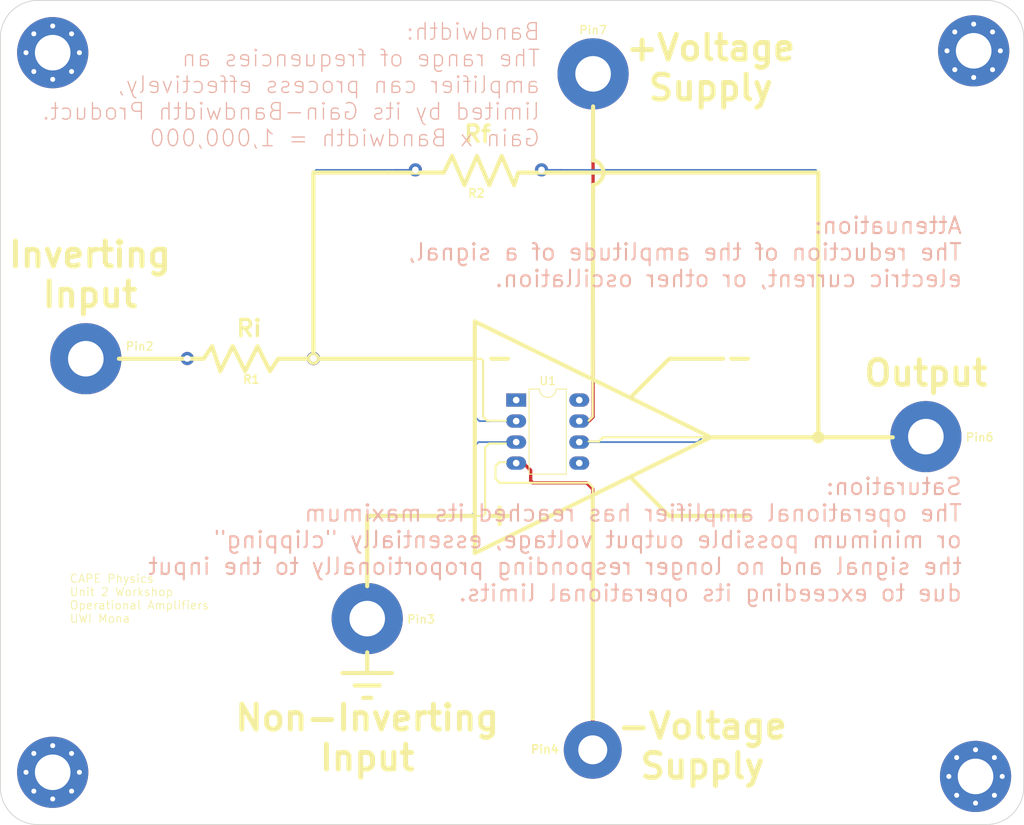
<source format=kicad_pcb>
(kicad_pcb (version 20240108) (generator "pcbnew") (generator_version "8.0")
  (layers (0 "F.Cu" signal) (31 "B.Cu" signal) (34 "B.Paste" user) (35 "F.Paste" user) (36 "B.SilkS" user "B.Silkscreen") (37 "F.SilkS" user "F.Silkscreen") (38 "B.Mask" user) (39 "F.Mask" user) (44 "Edge.Cuts" user))
  (net 0 "")
  (net 4 "Net-(U1--)")
  (net 5 "Net-(Pin2-Pin_1)")
  (net 6 "Net-(Pin3-Pin_1)")
  (net 7 "Net-(Pin4-Pin_1)")
  (net 8 "Net-(Pin6-Pin_1)")
  (net 9 "Net-(Pin7-Pin_1)")
  (footprint "MountingHole:MountingHole_4.3mm_M4_Pad_Via" (layer "F.Cu") (at 83 135.5)
    (property "Reference" "J3" (hide yes))
    (property "Value" "Conn_01x01_Socket" (hide yes))
    (pad "1" thru_hole circle (at -3.225 0) (size 0.9 0.9) (drill 0.6) (layers "*.Cu" "*.Mask"))
    (pad "1" thru_hole circle (at -2.280419 -2.280419) (size 0.9 0.9) (drill 0.6) (layers "*.Cu" "*.Mask"))
    (pad "1" thru_hole circle (at -2.280419 2.280419) (size 0.9 0.9) (drill 0.6) (layers "*.Cu" "*.Mask"))
    (pad "1" thru_hole circle (at 0 -3.225) (size 0.9 0.9) (drill 0.6) (layers "*.Cu" "*.Mask"))
    (pad "1" thru_hole circle (at 0 0) (size 8.6 8.6) (drill 4.3) (layers "*.Cu" "*.Mask"))
    (pad "1" thru_hole circle (at 0 3.225) (size 0.9 0.9) (drill 0.6) (layers "*.Cu" "*.Mask"))
    (pad "1" thru_hole circle (at 2.280419 -2.280419) (size 0.9 0.9) (drill 0.6) (layers "*.Cu" "*.Mask"))
    (pad "1" thru_hole circle (at 2.280419 2.280419) (size 0.9 0.9) (drill 0.6) (layers "*.Cu" "*.Mask"))
    (pad "1" thru_hole circle (at 3.225 0) (size 0.9 0.9) (drill 0.6) (layers "*.Cu" "*.Mask"))
  )
  (footprint "cape:DIP-8_W7.62mm_LongPads-cape" (layer "F.Cu") (at 139 90.5)
    (property "Reference" "U1" (at 3.81 -2.33 0) (layer "F.SilkS"))
    (property "Value" "LM741")
    (fp_line (start -48 -5) (end -37.75 -5) (stroke (width 0.5)) (layer "F.SilkS"))
    (fp_line (start -37.75 -5) (end -36.75 -6.5) (stroke (width 0.5)) (layer "F.SilkS"))
    (fp_line (start -36.75 -6.5) (end -35.75 -3.5) (stroke (width 0.5)) (layer "F.SilkS"))
    (fp_line (start -35.75 -3.5) (end -34.25 -6.5) (stroke (width 0.5)) (layer "F.SilkS"))
    (fp_line (start -34.25 -6.5) (end -32.75 -3.5) (stroke (width 0.5)) (layer "F.SilkS"))
    (fp_line (start -32.75 -3.5) (end -31.25 -6.5) (stroke (width 0.5)) (layer "F.SilkS"))
    (fp_line (start -31.25 -6.5) (end -29.75 -3.5) (stroke (width 0.5)) (layer "F.SilkS"))
    (fp_line (start -29.75 -3.5) (end -28.75 -5) (stroke (width 0.5)) (layer "F.SilkS"))
    (fp_line (start -28.75 -5) (end -24.5 -5) (stroke (width 0.5)) (layer "F.SilkS"))
    (fp_line (start -24.5 -27.5) (end -24.5 -5) (stroke (width 0.5)) (layer "F.SilkS"))
    (fp_line (start -24.5 -27.5) (end -15.5 -27.5) (stroke (width 0.5)) (layer "F.SilkS"))
    (fp_line (start -24.5 -5) (end -5 -5) (stroke (width 0.5)) (layer "F.SilkS"))
    (fp_line (start -21 33) (end -15 33) (stroke (width 0.5)) (layer "F.SilkS"))
    (fp_line (start -19.5 34.5) (end -16.5 34.5) (stroke (width 0.5)) (layer "F.SilkS"))
    (fp_line (start -18.5 36) (end -17.5 36) (stroke (width 0.5)) (layer "F.SilkS"))
    (fp_line (start -18 14) (end -18 22.5) (stroke (width 0.5)) (layer "F.SilkS"))
    (fp_line (start -18 14) (end -5 14) (stroke (width 0.5)) (layer "F.SilkS"))
    (fp_line (start -18 30.5) (end -18 33) (stroke (width 0.5)) (layer "F.SilkS"))
    (fp_line (start -15.5 -27.5) (end -8.75 -27.5) (stroke (width 0.5)) (layer "F.SilkS"))
    (fp_line (start -8.75 -27.5) (end -7.75 -29.5) (stroke (width 0.5)) (layer "F.SilkS"))
    (fp_line (start -7.75 -29.5) (end -6.25 -26) (stroke (width 0.5)) (layer "F.SilkS"))
    (fp_line (start -6.25 -26) (end -4.75 -29.5) (stroke (width 0.5)) (layer "F.SilkS"))
    (fp_line (start -5 -9.5) (end -5 18.5) (stroke (width 0.5)) (layer "F.SilkS"))
    (fp_line (start -5 -9.5) (end 23.5 4.5) (stroke (width 0.5)) (layer "F.SilkS"))
    (fp_line (start -5 18.5) (end 23.5 4.5) (stroke (width 0.5)) (layer "F.SilkS"))
    (fp_line (start -4.75 -29.5) (end -3.25 -26) (stroke (width 0.5)) (layer "F.SilkS"))
    (fp_line (start -3.25 -26) (end -1.75 -29.5) (stroke (width 0.5)) (layer "F.SilkS"))
    (fp_line (start -3 -5) (end -1 -5) (stroke (width 0.5)) (layer "F.SilkS"))
    (fp_line (start -3 14) (end -1 14) (stroke (width 0.5)) (layer "F.SilkS"))
    (fp_line (start -2 13) (end -2 15) (stroke (width 0.5)) (layer "F.SilkS"))
    (fp_line (start -1.75 -29.5) (end -0.25 -26) (stroke (width 0.5)) (layer "F.SilkS"))
    (fp_line (start -0.25 -26) (end 0.25 -27.5) (stroke (width 0.5)) (layer "F.SilkS"))
    (fp_line (start 0.25 -27.5) (end 36.5 -27.5) (stroke (width 0.5)) (layer "F.SilkS"))
    (fp_line (start 1.56 -1.33) (end 1.56 8.95) (stroke (width 0.12)) (layer "F.SilkS"))
    (fp_line (start 1.56 8.95) (end 6.06 8.95) (stroke (width 0.12)) (layer "F.SilkS"))
    (fp_line (start 2.81 -1.33) (end 1.56 -1.33) (stroke (width 0.12)) (layer "F.SilkS"))
    (fp_line (start 6.06 -1.33) (end 4.81 -1.33) (stroke (width 0.12)) (layer "F.SilkS"))
    (fp_line (start 6.06 8.95) (end 6.06 -1.33) (stroke (width 0.12)) (layer "F.SilkS"))
    (fp_line (start 9.25 11.5) (end 9.25 38.5) (stroke (width 0.5)) (layer "F.SilkS"))
    (fp_line (start 9.290405 -35.5) (end 9.290405 -29) (stroke (width 0.5)) (layer "F.SilkS"))
    (fp_line (start 9.290405 -26) (end 9.25 -2.5) (stroke (width 0.5)) (layer "F.SilkS"))
    (fp_line (start 14 -0.5) (end 18.5 -5) (stroke (width 0.5)) (layer "F.SilkS"))
    (fp_line (start 14 9.5) (end 18.5 14) (stroke (width 0.5)) (layer "F.SilkS"))
    (fp_line (start 18.5 -5) (end 25 -5) (stroke (width 0.5)) (layer "F.SilkS"))
    (fp_line (start 18.5 14) (end 25 14) (stroke (width 0.5)) (layer "F.SilkS"))
    (fp_line (start 26 -5) (end 28 -5) (stroke (width 0.5)) (layer "F.SilkS"))
    (fp_line (start 26 14) (end 28 14) (stroke (width 0.5)) (layer "F.SilkS"))
    (fp_line (start 36.5 -27.5) (end 36.5 4.5) (stroke (width 0.5)) (layer "F.SilkS"))
    (fp_line (start 36.5 4.5) (end 23.5 4.5) (stroke (width 0.5)) (layer "F.SilkS"))
    (fp_line (start 36.5 4.5) (end 45.5 4.5) (stroke (width 0.5)) (layer "F.SilkS"))
    (fp_arc (start 4.81 -1.33) (mid 3.81 -0.33) (end 2.81 -1.33) (stroke (width 0.12)) (layer "F.SilkS"))
    (fp_arc (start 9.290405 -29) (mid 10.527853 -27.5) (end 9.290405 -26) (stroke (width 0.5)) (layer "F.SilkS"))
    (fp_circle (center -24.5 -5) (end -24 -5) (stroke (width 0.5)) (fill none) (layer "F.SilkS"))
    (fp_circle (center 36.5 4.5) (end 37 4.5) (stroke (width 0.5)) (fill none) (layer "F.SilkS"))
    (pad "1" thru_hole rect (at 0 0) (size 2.4 1.6) (drill 0.8) (layers "*.Cu" "*.Mask"))
    (pad "2" thru_hole oval (at 0 2.54) (size 2.4 1.6) (drill 0.8) (layers "*.Cu" "*.Mask") (net 4 "Net-(U1--)"))
    (pad "3" thru_hole oval (at 0 5.08) (size 2.4 1.6) (drill 0.8) (layers "*.Cu" "*.Mask") (net 6 "Net-(Pin3-Pin_1)"))
    (pad "4" thru_hole oval (at 0 7.62) (size 2.4 1.6) (drill 0.8) (layers "*.Cu" "*.Mask") (net 7 "Net-(Pin4-Pin_1)"))
    (pad "5" thru_hole oval (at 7.62 7.62) (size 2.4 1.6) (drill 0.8) (layers "*.Cu" "*.Mask"))
    (pad "6" thru_hole oval (at 7.62 5.08) (size 2.4 1.6) (drill 0.8) (layers "*.Cu" "*.Mask") (net 8 "Net-(Pin6-Pin_1)"))
    (pad "7" thru_hole oval (at 7.62 2.54) (size 2.4 1.6) (drill 0.8) (layers "*.Cu" "*.Mask") (net 9 "Net-(Pin7-Pin_1)"))
    (pad "8" thru_hole oval (at 7.62 0) (size 2.4 1.6) (drill 0.8) (layers "*.Cu" "*.Mask"))
  )
  (footprint "MountingHole:MountingHole_4.3mm_M4_Pad" (layer "F.Cu") (at 121 116.92)
    (property "Reference" "Pin3" (at 6.5 0.08 0) (layer "F.SilkS"))
    (property "Value" "Conn_01x01_Socket")
    (pad "1" thru_hole circle (at 0 0) (size 8.6 8.6) (drill 4.3) (layers "*.Cu" "*.Mask") (net 6 "Net-(Pin3-Pin_1)"))
  )
  (footprint "MountingHole:MountingHole_4.3mm_M4_Pad_Via" (layer "F.Cu") (at 83 48.5)
    (property "Reference" "J1" (hide yes))
    (property "Value" "Conn_01x01_Socket" (hide yes))
    (pad "1" thru_hole circle (at -3.225 0) (size 0.9 0.9) (drill 0.6) (layers "*.Cu" "*.Mask"))
    (pad "1" thru_hole circle (at -2.280419 -2.280419) (size 0.9 0.9) (drill 0.6) (layers "*.Cu" "*.Mask"))
    (pad "1" thru_hole circle (at -2.280419 2.280419) (size 0.9 0.9) (drill 0.6) (layers "*.Cu" "*.Mask"))
    (pad "1" thru_hole circle (at 0 -3.225) (size 0.9 0.9) (drill 0.6) (layers "*.Cu" "*.Mask"))
    (pad "1" thru_hole circle (at 0 0) (size 8.6 8.6) (drill 4.3) (layers "*.Cu" "*.Mask"))
    (pad "1" thru_hole circle (at 0 3.225) (size 0.9 0.9) (drill 0.6) (layers "*.Cu" "*.Mask"))
    (pad "1" thru_hole circle (at 2.280419 -2.280419) (size 0.9 0.9) (drill 0.6) (layers "*.Cu" "*.Mask"))
    (pad "1" thru_hole circle (at 2.280419 2.280419) (size 0.9 0.9) (drill 0.6) (layers "*.Cu" "*.Mask"))
    (pad "1" thru_hole circle (at 3.225 0) (size 0.9 0.9) (drill 0.6) (layers "*.Cu" "*.Mask"))
  )
  (footprint "MountingHole:MountingHole_3.5mm_Pad" (layer "F.Cu") (at 148.25 132.784122)
    (property "Reference" "Pin4" (at -5.790405 -0.062701 0) (layer "F.SilkS") (effects (font (thickness 0.2) (bold yes))))
    (property "Value" "Conn_01x01_Socket")
    (pad "1" thru_hole circle (at 0 0) (size 7 7) (drill 3.5) (layers "*.Cu" "*.Mask") (net 7 "Net-(Pin4-Pin_1)"))
  )
  (footprint "MountingHole:MountingHole_4.3mm_M4_Pad_Via" (layer "F.Cu") (at 194.5 136)
    (property "Reference" "J4" (hide yes))
    (property "Value" "Conn_01x01_Socket" (hide yes))
    (pad "1" thru_hole circle (at -3.225 0) (size 0.9 0.9) (drill 0.6) (layers "*.Cu" "*.Mask"))
    (pad "1" thru_hole circle (at -2.280419 -2.280419) (size 0.9 0.9) (drill 0.6) (layers "*.Cu" "*.Mask"))
    (pad "1" thru_hole circle (at -2.280419 2.280419) (size 0.9 0.9) (drill 0.6) (layers "*.Cu" "*.Mask"))
    (pad "1" thru_hole circle (at 0 -3.225) (size 0.9 0.9) (drill 0.6) (layers "*.Cu" "*.Mask"))
    (pad "1" thru_hole circle (at 0 0) (size 8.6 8.6) (drill 4.3) (layers "*.Cu" "*.Mask"))
    (pad "1" thru_hole circle (at 0 3.225) (size 0.9 0.9) (drill 0.6) (layers "*.Cu" "*.Mask"))
    (pad "1" thru_hole circle (at 2.280419 -2.280419) (size 0.9 0.9) (drill 0.6) (layers "*.Cu" "*.Mask"))
    (pad "1" thru_hole circle (at 2.280419 2.280419) (size 0.9 0.9) (drill 0.6) (layers "*.Cu" "*.Mask"))
    (pad "1" thru_hole circle (at 3.225 0) (size 0.9 0.9) (drill 0.6) (layers "*.Cu" "*.Mask"))
  )
  (footprint "MountingHole:MountingHole_4.3mm_M4_Pad_Via" (layer "F.Cu") (at 194.275 48.275)
    (property "Reference" "J2" (hide yes))
    (property "Value" "Conn_01x01_Socket" (hide yes))
    (pad "1" thru_hole circle (at -3.225 0) (size 0.9 0.9) (drill 0.6) (layers "*.Cu" "*.Mask"))
    (pad "1" thru_hole circle (at -2.280419 -2.280419) (size 0.9 0.9) (drill 0.6) (layers "*.Cu" "*.Mask"))
    (pad "1" thru_hole circle (at -2.280419 2.280419) (size 0.9 0.9) (drill 0.6) (layers "*.Cu" "*.Mask"))
    (pad "1" thru_hole circle (at 0 -3.225) (size 0.9 0.9) (drill 0.6) (layers "*.Cu" "*.Mask"))
    (pad "1" thru_hole circle (at 0 0) (size 8.6 8.6) (drill 4.3) (layers "*.Cu" "*.Mask"))
    (pad "1" thru_hole circle (at 0 3.225) (size 0.9 0.9) (drill 0.6) (layers "*.Cu" "*.Mask"))
    (pad "1" thru_hole circle (at 2.280419 -2.280419) (size 0.9 0.9) (drill 0.6) (layers "*.Cu" "*.Mask"))
    (pad "1" thru_hole circle (at 2.280419 2.280419) (size 0.9 0.9) (drill 0.6) (layers "*.Cu" "*.Mask"))
    (pad "1" thru_hole circle (at 3.225 0) (size 0.9 0.9) (drill 0.6) (layers "*.Cu" "*.Mask"))
  )
  (footprint "MountingHole:MountingHole_4.3mm_M4_Pad" (layer "F.Cu") (at 188.5 94.92)
    (property "Reference" "Pin6" (at 6.5 0.08 0) (layer "F.SilkS"))
    (property "Value" "Conn_01x01_Socket")
    (pad "1" thru_hole circle (at 0 0) (size 8.6 8.6) (drill 4.3) (layers "*.Cu" "*.Mask") (net 8 "Net-(Pin6-Pin_1)"))
  )
  (footprint "MountingHole:MountingHole_4.3mm_M4_Pad" (layer "F.Cu") (at 148.290405 51.062701)
    (property "Reference" "Pin7" (at 0 -5.3 0) (layer "F.SilkS"))
    (property "Value" "Conn_01x01_Socket")
    (pad "1" thru_hole circle (at 0 0) (size 8.6 8.6) (drill 4.3) (layers "*.Cu" "*.Mask") (net 9 "Net-(Pin7-Pin_1)"))
  )
  (footprint "Resistor_THT:R_Axial_DIN0207_L6.3mm_D2.5mm_P15.24mm_Horizontal" (layer "F.Cu") (at 99.261966 85.476594)
    (property "Reference" "R1" (at 7.738034 2.523406 0) (layer "F.SilkS") (effects (font (thickness 0.2) (bold yes))))
    (property "Value" "R")
    (pad "1" thru_hole circle (at 0 0) (size 1.6 1.6) (drill 0.8) (layers "*.Cu" "*.Mask") (net 5 "Net-(Pin2-Pin_1)"))
    (pad "2" thru_hole oval (at 15.24 0) (size 1.6 1.6) (drill 0.8) (layers "*.Cu" "*.Mask") (net 4 "Net-(U1--)"))
  )
  (footprint "MountingHole:MountingHole_4.3mm_M4_Pad" (layer "F.Cu") (at 87 85.5)
    (property "Reference" "Pin2" (at 6.5 -1.5 0) (layer "F.SilkS"))
    (property "Value" "Conn_01x01_Socket")
    (pad "1" thru_hole circle (at 0 0) (size 8.6 8.6) (drill 4.3) (layers "*.Cu" "*.Mask") (net 5 "Net-(Pin2-Pin_1)"))
  )
  (footprint "Resistor_THT:R_Axial_DIN0207_L6.3mm_D2.5mm_P15.24mm_Horizontal" (layer "F.Cu") (at 126.820804 62.668323)
    (property "Reference" "R2" (at 7.37 2.831677 0) (layer "F.SilkS") (effects (font (thickness 0.2) (bold yes))))
    (property "Value" "R")
    (pad "1" thru_hole circle (at 0 0) (size 1.6 1.6) (drill 0.8) (layers "*.Cu" "*.Mask") (net 4 "Net-(U1--)"))
    (pad "2" thru_hole oval (at 15.24 0) (size 1.6 1.6) (drill 0.8) (layers "*.Cu" "*.Mask") (net 8 "Net-(Pin6-Pin_1)"))
  )
  (gr_line (start 135 85.75) (end 134.75 85.5) (stroke (width 0.25)) (layer "F.SilkS"))
  (gr_line (start 135 86) (end 135 85.75) (stroke (width 0.25)) (layer "F.SilkS"))
  (gr_line (start 137.75 98) (end 137 98) (stroke (width 0.25)) (layer "F.SilkS"))
  (gr_line (start 137.75 95.75) (end 136.75 95.75) (stroke (width 0.25)) (layer "F.SilkS"))
  (gr_line (start 136.5 98.5) (end 136.5 99.5) (stroke (width 0.25)) (layer "F.SilkS"))
  (gr_line (start 135 92.5) (end 135 86) (stroke (width 0.25)) (layer "F.SilkS"))
  (gr_line (start 135.25 96.25) (end 135.25 103) (stroke (width 0.25)) (layer "F.SilkS"))
  (gr_line (start 148.25 92.5) (end 148.25 88.75) (stroke (width 0.25)) (layer "F.SilkS"))
  (gr_line (start 137.75 93) (end 135.5 93) (stroke (width 0.25)) (layer "F.SilkS"))
  (gr_line (start 136.5 100) (end 137 100.5) (stroke (width 0.25)) (layer "F.SilkS"))
  (gr_line (start 135 104.5) (end 134.25 104.5) (stroke (width 0.25)) (layer "F.SilkS"))
  (gr_line (start 134.75 85.5) (end 134 85.5) (stroke (width 0.25)) (layer "F.SilkS"))
  (gr_line (start 136.75 95.75) (end 135.75 95.75) (stroke (width 0.25)) (layer "F.SilkS"))
  (gr_line (start 149.5 95) (end 152.25 95) (stroke (width 0.25)) (layer "F.SilkS"))
  (gr_line (start 137 100.5) (end 147.75 100.5) (stroke (width 0.25)) (layer "F.SilkS"))
  (gr_line (start 135.5 93) (end 135 92.5) (stroke (width 0.25)) (layer "F.SilkS"))
  (gr_line (start 135.75 95.75) (end 135.25 96.25) (stroke (width 0.25)) (layer "F.SilkS"))
  (gr_line (start 147.75 100.5) (end 148.25 101) (stroke (width 0.25)) (layer "F.SilkS"))
  (gr_line (start 152.25 95) (end 162.5 95) (stroke (width 0.25)) (layer "F.SilkS"))
  (gr_line (start 135.25 104.25) (end 135 104.5) (stroke (width 0.25)) (layer "F.SilkS"))
  (gr_line (start 137 98) (end 136.5 98.5) (stroke (width 0.25)) (layer "F.SilkS"))
  (gr_line (start 149 95.5) (end 149.25 95.25) (stroke (width 0.25)) (layer "F.SilkS"))
  (gr_line (start 148.25 101) (end 148.25 102) (stroke (width 0.25)) (layer "F.SilkS"))
  (gr_line (start 149.25 95.25) (end 149.5 95) (stroke (width 0.25)) (layer "F.SilkS"))
  (gr_line (start 148.25 88.75) (end 148.25 87.75) (stroke (width 0.25)) (layer "F.SilkS"))
  (gr_line (start 136.5 99.5) (end 136.5 100) (stroke (width 0.25)) (layer "F.SilkS"))
  (gr_line (start 135.25 103) (end 135.25 103.75) (stroke (width 0.25)) (layer "F.SilkS"))
  (gr_line (start 148.75 95.5) (end 149 95.5) (stroke (width 0.25)) (layer "F.SilkS"))
  (gr_line (start 135.25 103.75) (end 135.25 104.25) (stroke (width 0.25)) (layer "F.SilkS"))
  (gr_line (start 147.75 93) (end 148.25 92.5) (stroke (width 0.25)) (layer "F.SilkS"))
  (gr_line (start 147.75 95.5) (end 148.75 95.5) (stroke (width 0.25)) (layer "F.SilkS"))
  (gr_arc (start 76.681981 46.681981) (mid 78 43.5) (end 81.181981 42.181981) (stroke (width 0.1)) (layer "Edge.Cuts"))
  (gr_line (start 76.681981 46.681981) (end 76.681981 137.318019) (stroke (width 0.1)) (layer "Edge.Cuts"))
  (gr_line (start 81.181981 141.818019) (end 195.818019 141.818019) (stroke (width 0.1)) (layer "Edge.Cuts"))
  (gr_arc (start 200.318019 137.318019) (mid 199 140.5) (end 195.818019 141.818019) (stroke (width 0.1)) (layer "Edge.Cuts"))
  (gr_line (start 200.318019 46.681981) (end 200.318019 137.318019) (stroke (width 0.1)) (layer "Edge.Cuts"))
  (gr_line (start 81.181981 42.181981) (end 195.818019 42.181981) (stroke (width 0.1)) (layer "Edge.Cuts"))
  (gr_arc (start 195.818019 42.181981) (mid 199 43.5) (end 200.318019 46.681981) (stroke (width 0.1)) (layer "Edge.Cuts"))
  (gr_arc (start 81.181981 141.818019) (mid 78 140.5) (end 76.681981 137.318019) (stroke (width 0.1)) (layer "Edge.Cuts"))
  (gr_text "Saturation: \nThe operational amplifier has reached its maximum \nor minimum possible output voltage, essentially {dblquote}clipping{dblquote} \nthe signal and no longer responding proportionally to the input \ndue to exceeding its operational limits." (at 193 115 0) (layer "B.SilkS") (effects (font (size 2 2) (thickness 0.25)) (justify left bottom mirror)))
  (gr_text "Attenuation:\nThe reduction of the amplitude of a signal, \nelectric current, or other oscillation." (at 193 77 0) (layer "B.SilkS") (effects (font (size 2 2) (thickness 0.25)) (justify left bottom mirror)))
  (gr_text "Bandwidth:\nThe range of frequencies an \namplifier can process effectively,\nlimited by its Gain-Bandwidth Product.\nGain x Bandwidth = 1,000,000" (at 142 60 0) (layer "B.SilkS") (effects (font (size 2 2)) (justify left bottom mirror)))
  (gr_text "CAPE Physics\nUnit 2 Workshop\nOperational Amplifiers\nUWI Mona" (at 85 117.5 0) (layer "F.SilkS") (effects (font (size 1 1) (thickness 0.1)) (justify left bottom)))
  (gr_text "Inverting\nInput" (at 87.5 79.5 0) (layer "F.SilkS") (effects (font (size 3 3) (thickness 0.6) (bold yes)) (justify bottom)))
  (gr_text "Ri" (at 105 83 0) (layer "F.SilkS") (effects (font (size 2 2) (thickness 0.4) (bold yes)) (justify left bottom)))
  (gr_text "Output" (at 188.5 89 0) (layer "F.SilkS") (effects (font (size 3 3) (thickness 0.6) (bold yes)) (justify bottom)))
  (gr_text "-Voltage\nSupply" (at 161.5 136.5 0) (layer "F.SilkS") (effects (font (size 3 3) (thickness 0.6) (bold yes)) (justify bottom)))
  (gr_text "Non-Inverting\nInput" (at 121 135.5 0) (layer "F.SilkS") (effects (font (size 3 3) (thickness 0.6) (bold yes)) (justify bottom)))
  (gr_text "Rf" (at 132.5 59.5 0) (layer "F.SilkS") (effects (font (size 2 2) (thickness 0.4) (bold yes)) (justify left bottom)))
  (gr_text "+Voltage\nSupply" (at 162.5 54.5 0) (layer "F.SilkS") (effects (font (size 3 3) (thickness 0.6) (bold yes)) (justify bottom)))
  (segment (start 114.83 62.67) (end 114.5 63) (width 0.2) (layer "B.Cu") (net 4))
  (segment (start 134.544173 93.044173) (end 135.787473 93.044173) (width 0.2) (layer "B.Cu") (net 4))
  (segment (start 114.5 85.474628) (end 114.501966 85.476594) (width 0.2) (layer "B.Cu") (net 4))
  (segment (start 135.787473 93.044173) (end 135.791646 93.04) (width 0.2) (layer "B.Cu") (net 4))
  (segment (start 133.726594 85.476594) (end 134 85.75) (width 0.2) (layer "B.Cu") (net 4))
  (segment (start 134 92.5) (end 134.544173 93.044173) (width 0.2) (layer "B.Cu") (net 4))
  (segment (start 114.5 63) (end 114.5 85.474628) (width 0.2) (layer "B.Cu") (net 4))
  (segment (start 124.5 62.67) (end 114.83 62.67) (width 0.2) (layer "B.Cu") (net 4))
  (segment (start 114.501966 85.476594) (end 133.726594 85.476594) (width 0.2) (layer "B.Cu") (net 4))
  (segment (start 124.501677 62.668323) (end 124.5 62.67) (width 0.2) (layer "B.Cu") (net 4))
  (segment (start 134 85.75) (end 134 92.5) (width 0.2) (layer "B.Cu") (net 4))
  (segment (start 126.820804 62.668323) (end 124.501677 62.668323) (width 0.2) (layer "B.Cu") (net 4))
  (segment (start 135.791646 93.04) (end 139 93.04) (width 0.2) (layer "B.Cu") (net 4))
  (segment (start 99.23856 85.5) (end 99.261966 85.476594) (width 0.2) (layer "B.Cu") (net 5))
  (segment (start 87 85.5) (end 99.23856 85.5) (width 0.2) (layer "B.Cu") (net 5))
  (segment (start 134 104) (end 134 96.028625) (width 0.2) (layer "B.Cu") (net 6))
  (segment (start 121 116.92) (end 121 105) (width 0.2) (layer "B.Cu") (net 6))
  (segment (start 134.448625 95.58) (end 139 95.58) (width 0.2) (layer "B.Cu") (net 6))
  (segment (start 133.5 104.5) (end 134 104) (width 0.2) (layer "B.Cu") (net 6))
  (segment (start 121 105) (end 121.5 104.5) (width 0.2) (layer "B.Cu") (net 6))
  (segment (start 121.5 104.5) (end 133.5 104.5) (width 0.2) (layer "B.Cu") (net 6))
  (segment (start 134 96.028625) (end 134.448625 95.58) (width 0.2) (layer "B.Cu") (net 6))
  (segment (start 140.75 99) (end 140.75 100.25) (width 0.4) (layer "F.Cu") (net 7))
  (segment (start 147.5 100.5) (end 148.25 101.25) (width 0.4) (layer "F.Cu") (net 7))
  (segment (start 140.75 100.25) (end 141 100.5) (width 0.4) (layer "F.Cu") (net 7))
  (segment (start 139 98.12) (end 139.87 98.12) (width 0.4) (layer "F.Cu") (net 7))
  (segment (start 141 100.5) (end 147.5 100.5) (width 0.4) (layer "F.Cu") (net 7))
  (segment (start 139.87 98.12) (end 140.75 99) (width 0.4) (layer "F.Cu") (net 7))
  (segment (start 148.25 101.25) (end 148.25 132.784122) (width 0.4) (layer "F.Cu") (net 7))
  (segment (start 187.92 95.5) (end 188.5 94.92) (width 0.2) (layer "B.Cu") (net 8))
  (segment (start 175.42 95) (end 175.5 94.92) (width 0.2) (layer "B.Cu") (net 8))
  (segment (start 161.5 95) (end 175.42 95) (width 0.2) (layer "B.Cu") (net 8))
  (segment (start 175.17 62.67) (end 175.5 63) (width 0.2) (layer "B.Cu") (net 8))
  (segment (start 144.5 62.67) (end 175.17 62.67) (width 0.2) (layer "B.Cu") (net 8))
  (segment (start 160.92 95.58) (end 161.5 95) (width 0.2) (layer "B.Cu") (net 8))
  (segment (start 175.5 63) (end 175.5 94.92) (width 0.2) (layer "B.Cu") (net 8))
  (segment (start 146.62 95.58) (end 160.92 95.58) (width 0.2) (layer "B.Cu") (net 8))
  (segment (start 175.5 94.92) (end 188.5 94.92) (width 0.2) (layer "B.Cu") (net 8))
  (segment (start 144.498323 62.668323) (end 144.5 62.67) (width 0.2) (layer "B.Cu") (net 8))
  (segment (start 142.060804 62.668323) (end 144.498323 62.668323) (width 0.2) (layer "B.Cu") (net 8))
  (segment (start 148.290405 92.539219) (end 147.789624 93.04) (width 0.4) (layer "F.Cu") (net 9))
  (segment (start 147.789624 93.04) (end 146.62 93.04) (width 0.4) (layer "F.Cu") (net 9))
  (segment (start 148.290405 51.062701) (end 148.290405 92.539219) (width 0.4) (layer "F.Cu") (net 9))
)
</source>
